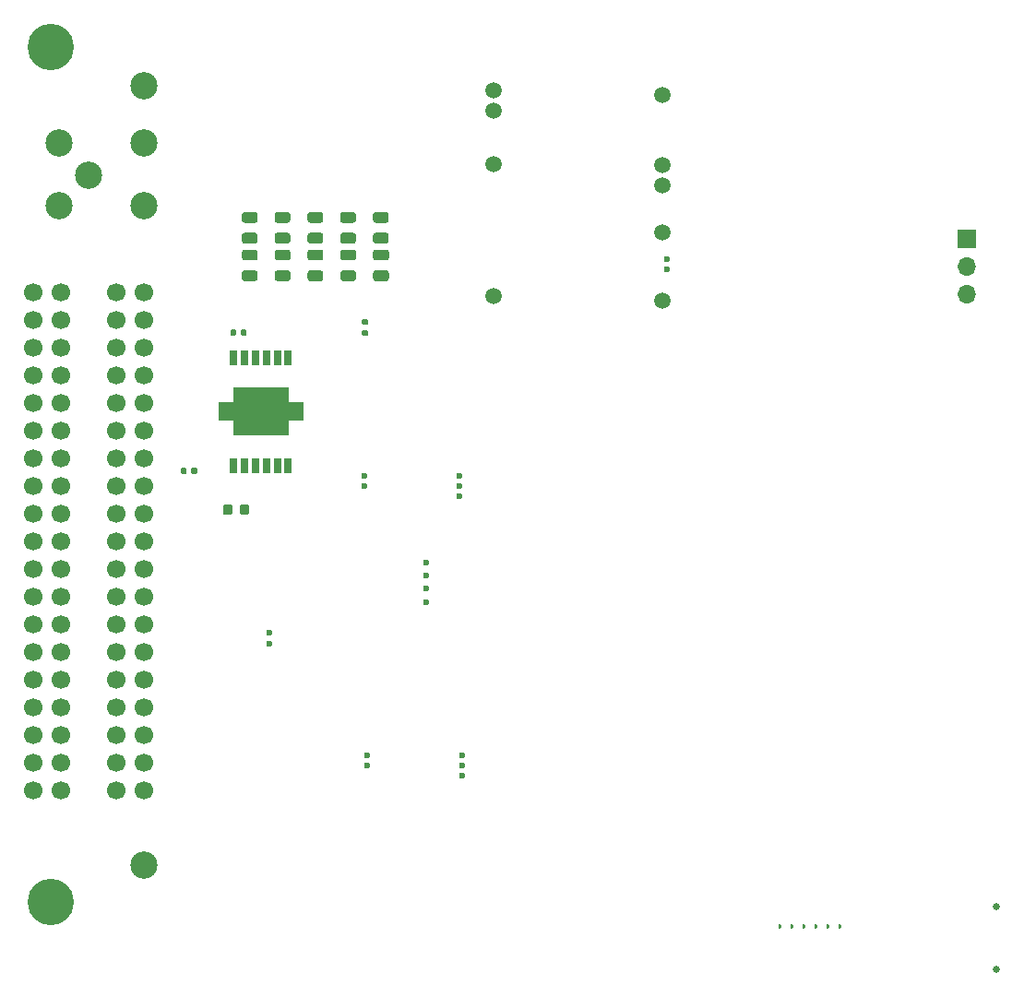
<source format=gbs>
G04 #@! TF.GenerationSoftware,KiCad,Pcbnew,8.0.7-8.0.7-0~ubuntu24.04.1*
G04 #@! TF.CreationDate,2024-12-18T22:17:01+00:00*
G04 #@! TF.ProjectId,hellenbremen,68656c6c-656e-4627-9265-6d656e2e6b69,rev?*
G04 #@! TF.SameCoordinates,Original*
G04 #@! TF.FileFunction,Soldermask,Bot*
G04 #@! TF.FilePolarity,Negative*
%FSLAX46Y46*%
G04 Gerber Fmt 4.6, Leading zero omitted, Abs format (unit mm)*
G04 Created by KiCad (PCBNEW 8.0.7-8.0.7-0~ubuntu24.04.1) date 2024-12-18 22:17:01*
%MOMM*%
%LPD*%
G01*
G04 APERTURE LIST*
%ADD10C,0.600000*%
%ADD11C,1.500000*%
%ADD12C,0.650000*%
%ADD13R,1.700000X1.700000*%
%ADD14O,1.700000X1.700000*%
%ADD15C,4.250000*%
%ADD16C,2.500000*%
%ADD17C,1.700000*%
%ADD18R,0.650000X1.350000*%
%ADD19R,5.100000X4.400000*%
%ADD20R,1.350000X1.800000*%
G04 APERTURE END LIST*
D10*
G04 #@! TO.C,M5*
X46639000Y52636998D03*
X46639000Y51686998D03*
X46639000Y50737000D03*
X37939000Y51736998D03*
X37939000Y52636998D03*
G04 #@! TD*
G04 #@! TO.C,M4*
X43647000Y42257000D03*
X43647000Y41057000D03*
X43647000Y43457000D03*
X43647000Y44657000D03*
X29222000Y38197000D03*
X29222000Y37197000D03*
G04 #@! TD*
G04 #@! TO.C,M1*
G36*
G01*
X75948563Y11151644D02*
X75948563Y11401642D01*
G75*
G02*
X76073563Y11526642I125000J0D01*
G01*
X76073563Y11526642D01*
G75*
G02*
X76198563Y11401642I0J-125000D01*
G01*
X76198563Y11151644D01*
G75*
G02*
X76073563Y11026644I-125000J0D01*
G01*
X76073563Y11026644D01*
G75*
G02*
X75948563Y11151644I0J125000D01*
G01*
G37*
G36*
G01*
X77048561Y11151644D02*
X77048561Y11401642D01*
G75*
G02*
X77173561Y11526642I125000J0D01*
G01*
X77173561Y11526642D01*
G75*
G02*
X77298561Y11401642I0J-125000D01*
G01*
X77298561Y11151644D01*
G75*
G02*
X77173561Y11026644I-125000J0D01*
G01*
X77173561Y11026644D01*
G75*
G02*
X77048561Y11151644I0J125000D01*
G01*
G37*
G36*
G01*
X78148559Y11151644D02*
X78148559Y11401642D01*
G75*
G02*
X78273559Y11526642I125000J0D01*
G01*
X78273559Y11526642D01*
G75*
G02*
X78398559Y11401642I0J-125000D01*
G01*
X78398559Y11151644D01*
G75*
G02*
X78273559Y11026644I-125000J0D01*
G01*
X78273559Y11026644D01*
G75*
G02*
X78148559Y11151644I0J125000D01*
G01*
G37*
G36*
G01*
X79248557Y11151644D02*
X79248557Y11401642D01*
G75*
G02*
X79373557Y11526642I125000J0D01*
G01*
X79373557Y11526642D01*
G75*
G02*
X79498557Y11401642I0J-125000D01*
G01*
X79498557Y11151644D01*
G75*
G02*
X79373557Y11026644I-125000J0D01*
G01*
X79373557Y11026644D01*
G75*
G02*
X79248557Y11151644I0J125000D01*
G01*
G37*
G36*
G01*
X80348555Y11151644D02*
X80348555Y11401642D01*
G75*
G02*
X80473555Y11526642I125000J0D01*
G01*
X80473555Y11526642D01*
G75*
G02*
X80598555Y11401642I0J-125000D01*
G01*
X80598555Y11151644D01*
G75*
G02*
X80473555Y11026644I-125000J0D01*
G01*
X80473555Y11026644D01*
G75*
G02*
X80348555Y11151644I0J125000D01*
G01*
G37*
G36*
G01*
X81448552Y11151644D02*
X81448552Y11401642D01*
G75*
G02*
X81573552Y11526642I125000J0D01*
G01*
X81573552Y11526642D01*
G75*
G02*
X81698552Y11401642I0J-125000D01*
G01*
X81698552Y11151644D01*
G75*
G02*
X81573552Y11026644I-125000J0D01*
G01*
X81573552Y11026644D01*
G75*
G02*
X81448552Y11151644I0J125000D01*
G01*
G37*
G04 #@! TD*
D11*
G04 #@! TO.C,M2*
X65278000Y87556999D03*
X65278000Y81157002D03*
X65278000Y79256999D03*
X65278000Y74956999D03*
D10*
X65727999Y72557002D03*
X65727999Y71557001D03*
D11*
X65278000Y68706999D03*
X49778003Y88007001D03*
X49778003Y86157002D03*
X49778003Y81206999D03*
X49778003Y69157001D03*
G04 #@! TD*
D12*
G04 #@! TO.C,J3*
X95932528Y7295819D03*
X95932528Y13075819D03*
G04 #@! TD*
D13*
G04 #@! TO.C,J2*
X93218000Y74422000D03*
D14*
X93218000Y71882000D03*
X93218000Y69342000D03*
G04 #@! TD*
D15*
G04 #@! TO.C,J1*
X9150000Y13500000D03*
D16*
X17750000Y16890000D03*
X17750000Y88400000D03*
D15*
X9150000Y92000000D03*
D16*
X9950000Y83220000D03*
X9950000Y77410000D03*
X12650000Y80220000D03*
X17750000Y83220000D03*
X17750000Y77410000D03*
D17*
X17750000Y23790000D03*
X17750000Y26330000D03*
X17750000Y28870000D03*
X17750000Y31410000D03*
X17750000Y33950000D03*
X17750000Y36490000D03*
X17750000Y39030000D03*
X17750000Y41570000D03*
X17750000Y44110000D03*
X17750000Y46650000D03*
X17750000Y49190000D03*
X17750000Y51730000D03*
X17750000Y54270000D03*
X17750000Y56810000D03*
X17750000Y59350000D03*
X17750000Y61890000D03*
X17750000Y64430000D03*
X17750000Y66970000D03*
X17750000Y69510000D03*
X15210000Y23790000D03*
X15210000Y26330000D03*
X15210000Y28870000D03*
X15210000Y31410000D03*
X15210000Y33950000D03*
X15210000Y36490000D03*
X15210000Y39030000D03*
X15210000Y41570000D03*
X15210000Y44110000D03*
X15210000Y46650000D03*
X15210000Y49190000D03*
X15210000Y51730000D03*
X15210000Y54270000D03*
X15210000Y56810000D03*
X15210000Y59350000D03*
X15210000Y61890000D03*
X15210000Y64430000D03*
X15210000Y66970000D03*
X15210000Y69510000D03*
X10130000Y23790000D03*
X10130000Y26330000D03*
X10130000Y28870000D03*
X10130000Y31410000D03*
X10130000Y33950000D03*
X10130000Y36490000D03*
X10130000Y39030000D03*
X10130000Y41570000D03*
X10130000Y44110000D03*
X10130000Y46650000D03*
X10130000Y49190000D03*
X10130000Y51730000D03*
X10130000Y54270000D03*
X10130000Y56810000D03*
X10130000Y59350000D03*
X10130000Y61890000D03*
X10130000Y64430000D03*
X10130000Y66970000D03*
X10130000Y69510000D03*
X7590000Y23790000D03*
X7590000Y26330000D03*
X7590000Y28870000D03*
X7590000Y31410000D03*
X7590000Y33950000D03*
X7590000Y36490000D03*
X7590000Y39030000D03*
X7590000Y41570000D03*
X7590000Y44110000D03*
X7590000Y46650000D03*
X7590000Y49190000D03*
X7590000Y51730000D03*
X7590000Y54270000D03*
X7590000Y56810000D03*
X7590000Y59350000D03*
X7590000Y61890000D03*
X7590000Y64430000D03*
X7590000Y66970000D03*
X7590000Y69510000D03*
G04 #@! TD*
D10*
G04 #@! TO.C,M6*
X46893000Y26982998D03*
X46893000Y26032998D03*
X46893000Y25083000D03*
X38193000Y26082998D03*
X38193000Y26982998D03*
G04 #@! TD*
G04 #@! TO.C,C7*
G36*
G01*
X39945000Y70500000D02*
X38995000Y70500000D01*
G75*
G02*
X38745000Y70750000I0J250000D01*
G01*
X38745000Y71250000D01*
G75*
G02*
X38995000Y71500000I250000J0D01*
G01*
X39945000Y71500000D01*
G75*
G02*
X40195000Y71250000I0J-250000D01*
G01*
X40195000Y70750000D01*
G75*
G02*
X39945000Y70500000I-250000J0D01*
G01*
G37*
G36*
G01*
X39945000Y72400000D02*
X38995000Y72400000D01*
G75*
G02*
X38745000Y72650000I0J250000D01*
G01*
X38745000Y73150000D01*
G75*
G02*
X38995000Y73400000I250000J0D01*
G01*
X39945000Y73400000D01*
G75*
G02*
X40195000Y73150000I0J-250000D01*
G01*
X40195000Y72650000D01*
G75*
G02*
X39945000Y72400000I-250000J0D01*
G01*
G37*
G04 #@! TD*
G04 #@! TO.C,C12*
G36*
G01*
X27905000Y70500000D02*
X26955000Y70500000D01*
G75*
G02*
X26705000Y70750000I0J250000D01*
G01*
X26705000Y71250000D01*
G75*
G02*
X26955000Y71500000I250000J0D01*
G01*
X27905000Y71500000D01*
G75*
G02*
X28155000Y71250000I0J-250000D01*
G01*
X28155000Y70750000D01*
G75*
G02*
X27905000Y70500000I-250000J0D01*
G01*
G37*
G36*
G01*
X27905000Y72400000D02*
X26955000Y72400000D01*
G75*
G02*
X26705000Y72650000I0J250000D01*
G01*
X26705000Y73150000D01*
G75*
G02*
X26955000Y73400000I250000J0D01*
G01*
X27905000Y73400000D01*
G75*
G02*
X28155000Y73150000I0J-250000D01*
G01*
X28155000Y72650000D01*
G75*
G02*
X27905000Y72400000I-250000J0D01*
G01*
G37*
G04 #@! TD*
G04 #@! TO.C,C15*
G36*
G01*
X32965000Y76850000D02*
X33915000Y76850000D01*
G75*
G02*
X34165000Y76600000I0J-250000D01*
G01*
X34165000Y76100000D01*
G75*
G02*
X33915000Y75850000I-250000J0D01*
G01*
X32965000Y75850000D01*
G75*
G02*
X32715000Y76100000I0J250000D01*
G01*
X32715000Y76600000D01*
G75*
G02*
X32965000Y76850000I250000J0D01*
G01*
G37*
G36*
G01*
X32965000Y74950000D02*
X33915000Y74950000D01*
G75*
G02*
X34165000Y74700000I0J-250000D01*
G01*
X34165000Y74200000D01*
G75*
G02*
X33915000Y73950000I-250000J0D01*
G01*
X32965000Y73950000D01*
G75*
G02*
X32715000Y74200000I0J250000D01*
G01*
X32715000Y74700000D01*
G75*
G02*
X32965000Y74950000I250000J0D01*
G01*
G37*
G04 #@! TD*
G04 #@! TO.C,C6*
G36*
G01*
X22604000Y53256000D02*
X22604000Y52916000D01*
G75*
G02*
X22464000Y52776000I-140000J0D01*
G01*
X22184000Y52776000D01*
G75*
G02*
X22044000Y52916000I0J140000D01*
G01*
X22044000Y53256000D01*
G75*
G02*
X22184000Y53396000I140000J0D01*
G01*
X22464000Y53396000D01*
G75*
G02*
X22604000Y53256000I0J-140000D01*
G01*
G37*
G36*
G01*
X21644000Y53256000D02*
X21644000Y52916000D01*
G75*
G02*
X21504000Y52776000I-140000J0D01*
G01*
X21224000Y52776000D01*
G75*
G02*
X21084000Y52916000I0J140000D01*
G01*
X21084000Y53256000D01*
G75*
G02*
X21224000Y53396000I140000J0D01*
G01*
X21504000Y53396000D01*
G75*
G02*
X21644000Y53256000I0J-140000D01*
G01*
G37*
G04 #@! TD*
G04 #@! TO.C,C17*
G36*
G01*
X38985000Y76850000D02*
X39935000Y76850000D01*
G75*
G02*
X40185000Y76600000I0J-250000D01*
G01*
X40185000Y76100000D01*
G75*
G02*
X39935000Y75850000I-250000J0D01*
G01*
X38985000Y75850000D01*
G75*
G02*
X38735000Y76100000I0J250000D01*
G01*
X38735000Y76600000D01*
G75*
G02*
X38985000Y76850000I250000J0D01*
G01*
G37*
G36*
G01*
X38985000Y74950000D02*
X39935000Y74950000D01*
G75*
G02*
X40185000Y74700000I0J-250000D01*
G01*
X40185000Y74200000D01*
G75*
G02*
X39935000Y73950000I-250000J0D01*
G01*
X38985000Y73950000D01*
G75*
G02*
X38735000Y74200000I0J250000D01*
G01*
X38735000Y74700000D01*
G75*
G02*
X38985000Y74950000I250000J0D01*
G01*
G37*
G04 #@! TD*
D18*
G04 #@! TO.C,IC1*
X30956000Y53550000D03*
X29956000Y53550000D03*
X28956000Y53550000D03*
X27956000Y53550000D03*
X26956000Y53550000D03*
X25956000Y53550000D03*
X25956000Y63500000D03*
X26956000Y63500000D03*
X27956000Y63500000D03*
X28956000Y63500000D03*
X29956000Y63500000D03*
X30956000Y63500000D03*
D19*
X28456000Y58525000D03*
D20*
X31681000Y58525000D03*
X25231000Y58525000D03*
G04 #@! TD*
G04 #@! TO.C,C8*
G36*
G01*
X24950000Y49280000D02*
X24950000Y49780000D01*
G75*
G02*
X25175000Y50005000I225000J0D01*
G01*
X25625000Y50005000D01*
G75*
G02*
X25850000Y49780000I0J-225000D01*
G01*
X25850000Y49280000D01*
G75*
G02*
X25625000Y49055000I-225000J0D01*
G01*
X25175000Y49055000D01*
G75*
G02*
X24950000Y49280000I0J225000D01*
G01*
G37*
G36*
G01*
X26500000Y49280000D02*
X26500000Y49780000D01*
G75*
G02*
X26725000Y50005000I225000J0D01*
G01*
X27175000Y50005000D01*
G75*
G02*
X27400000Y49780000I0J-225000D01*
G01*
X27400000Y49280000D01*
G75*
G02*
X27175000Y49055000I-225000J0D01*
G01*
X26725000Y49055000D01*
G75*
G02*
X26500000Y49280000I0J225000D01*
G01*
G37*
G04 #@! TD*
G04 #@! TO.C,C5*
G36*
G01*
X27148000Y65956000D02*
X27148000Y65616000D01*
G75*
G02*
X27008000Y65476000I-140000J0D01*
G01*
X26728000Y65476000D01*
G75*
G02*
X26588000Y65616000I0J140000D01*
G01*
X26588000Y65956000D01*
G75*
G02*
X26728000Y66096000I140000J0D01*
G01*
X27008000Y66096000D01*
G75*
G02*
X27148000Y65956000I0J-140000D01*
G01*
G37*
G36*
G01*
X26188000Y65956000D02*
X26188000Y65616000D01*
G75*
G02*
X26048000Y65476000I-140000J0D01*
G01*
X25768000Y65476000D01*
G75*
G02*
X25628000Y65616000I0J140000D01*
G01*
X25628000Y65956000D01*
G75*
G02*
X25768000Y66096000I140000J0D01*
G01*
X26048000Y66096000D01*
G75*
G02*
X26188000Y65956000I0J-140000D01*
G01*
G37*
G04 #@! TD*
G04 #@! TO.C,C14*
G36*
G01*
X29955000Y76850000D02*
X30905000Y76850000D01*
G75*
G02*
X31155000Y76600000I0J-250000D01*
G01*
X31155000Y76100000D01*
G75*
G02*
X30905000Y75850000I-250000J0D01*
G01*
X29955000Y75850000D01*
G75*
G02*
X29705000Y76100000I0J250000D01*
G01*
X29705000Y76600000D01*
G75*
G02*
X29955000Y76850000I250000J0D01*
G01*
G37*
G36*
G01*
X29955000Y74950000D02*
X30905000Y74950000D01*
G75*
G02*
X31155000Y74700000I0J-250000D01*
G01*
X31155000Y74200000D01*
G75*
G02*
X30905000Y73950000I-250000J0D01*
G01*
X29955000Y73950000D01*
G75*
G02*
X29705000Y74200000I0J250000D01*
G01*
X29705000Y74700000D01*
G75*
G02*
X29955000Y74950000I250000J0D01*
G01*
G37*
G04 #@! TD*
G04 #@! TO.C,C16*
G36*
G01*
X35975000Y76850000D02*
X36925000Y76850000D01*
G75*
G02*
X37175000Y76600000I0J-250000D01*
G01*
X37175000Y76100000D01*
G75*
G02*
X36925000Y75850000I-250000J0D01*
G01*
X35975000Y75850000D01*
G75*
G02*
X35725000Y76100000I0J250000D01*
G01*
X35725000Y76600000D01*
G75*
G02*
X35975000Y76850000I250000J0D01*
G01*
G37*
G36*
G01*
X35975000Y74950000D02*
X36925000Y74950000D01*
G75*
G02*
X37175000Y74700000I0J-250000D01*
G01*
X37175000Y74200000D01*
G75*
G02*
X36925000Y73950000I-250000J0D01*
G01*
X35975000Y73950000D01*
G75*
G02*
X35725000Y74200000I0J250000D01*
G01*
X35725000Y74700000D01*
G75*
G02*
X35975000Y74950000I250000J0D01*
G01*
G37*
G04 #@! TD*
G04 #@! TO.C,C11*
G36*
G01*
X30915000Y70500000D02*
X29965000Y70500000D01*
G75*
G02*
X29715000Y70750000I0J250000D01*
G01*
X29715000Y71250000D01*
G75*
G02*
X29965000Y71500000I250000J0D01*
G01*
X30915000Y71500000D01*
G75*
G02*
X31165000Y71250000I0J-250000D01*
G01*
X31165000Y70750000D01*
G75*
G02*
X30915000Y70500000I-250000J0D01*
G01*
G37*
G36*
G01*
X30915000Y72400000D02*
X29965000Y72400000D01*
G75*
G02*
X29715000Y72650000I0J250000D01*
G01*
X29715000Y73150000D01*
G75*
G02*
X29965000Y73400000I250000J0D01*
G01*
X30915000Y73400000D01*
G75*
G02*
X31165000Y73150000I0J-250000D01*
G01*
X31165000Y72650000D01*
G75*
G02*
X30915000Y72400000I-250000J0D01*
G01*
G37*
G04 #@! TD*
G04 #@! TO.C,C13*
G36*
G01*
X26945000Y76850000D02*
X27895000Y76850000D01*
G75*
G02*
X28145000Y76600000I0J-250000D01*
G01*
X28145000Y76100000D01*
G75*
G02*
X27895000Y75850000I-250000J0D01*
G01*
X26945000Y75850000D01*
G75*
G02*
X26695000Y76100000I0J250000D01*
G01*
X26695000Y76600000D01*
G75*
G02*
X26945000Y76850000I250000J0D01*
G01*
G37*
G36*
G01*
X26945000Y74950000D02*
X27895000Y74950000D01*
G75*
G02*
X28145000Y74700000I0J-250000D01*
G01*
X28145000Y74200000D01*
G75*
G02*
X27895000Y73950000I-250000J0D01*
G01*
X26945000Y73950000D01*
G75*
G02*
X26695000Y74200000I0J250000D01*
G01*
X26695000Y74700000D01*
G75*
G02*
X26945000Y74950000I250000J0D01*
G01*
G37*
G04 #@! TD*
G04 #@! TO.C,C10*
G36*
G01*
X33925000Y70500000D02*
X32975000Y70500000D01*
G75*
G02*
X32725000Y70750000I0J250000D01*
G01*
X32725000Y71250000D01*
G75*
G02*
X32975000Y71500000I250000J0D01*
G01*
X33925000Y71500000D01*
G75*
G02*
X34175000Y71250000I0J-250000D01*
G01*
X34175000Y70750000D01*
G75*
G02*
X33925000Y70500000I-250000J0D01*
G01*
G37*
G36*
G01*
X33925000Y72400000D02*
X32975000Y72400000D01*
G75*
G02*
X32725000Y72650000I0J250000D01*
G01*
X32725000Y73150000D01*
G75*
G02*
X32975000Y73400000I250000J0D01*
G01*
X33925000Y73400000D01*
G75*
G02*
X34175000Y73150000I0J-250000D01*
G01*
X34175000Y72650000D01*
G75*
G02*
X33925000Y72400000I-250000J0D01*
G01*
G37*
G04 #@! TD*
G04 #@! TO.C,C9*
G36*
G01*
X36935000Y70500000D02*
X35985000Y70500000D01*
G75*
G02*
X35735000Y70750000I0J250000D01*
G01*
X35735000Y71250000D01*
G75*
G02*
X35985000Y71500000I250000J0D01*
G01*
X36935000Y71500000D01*
G75*
G02*
X37185000Y71250000I0J-250000D01*
G01*
X37185000Y70750000D01*
G75*
G02*
X36935000Y70500000I-250000J0D01*
G01*
G37*
G36*
G01*
X36935000Y72400000D02*
X35985000Y72400000D01*
G75*
G02*
X35735000Y72650000I0J250000D01*
G01*
X35735000Y73150000D01*
G75*
G02*
X35985000Y73400000I250000J0D01*
G01*
X36935000Y73400000D01*
G75*
G02*
X37185000Y73150000I0J-250000D01*
G01*
X37185000Y72650000D01*
G75*
G02*
X36935000Y72400000I-250000J0D01*
G01*
G37*
G04 #@! TD*
G04 #@! TO.C,R14*
G36*
G01*
X37815000Y67020000D02*
X38185000Y67020000D01*
G75*
G02*
X38320000Y66885000I0J-135000D01*
G01*
X38320000Y66615000D01*
G75*
G02*
X38185000Y66480000I-135000J0D01*
G01*
X37815000Y66480000D01*
G75*
G02*
X37680000Y66615000I0J135000D01*
G01*
X37680000Y66885000D01*
G75*
G02*
X37815000Y67020000I135000J0D01*
G01*
G37*
G36*
G01*
X37815000Y66000000D02*
X38185000Y66000000D01*
G75*
G02*
X38320000Y65865000I0J-135000D01*
G01*
X38320000Y65595000D01*
G75*
G02*
X38185000Y65460000I-135000J0D01*
G01*
X37815000Y65460000D01*
G75*
G02*
X37680000Y65595000I0J135000D01*
G01*
X37680000Y65865000D01*
G75*
G02*
X37815000Y66000000I135000J0D01*
G01*
G37*
G04 #@! TD*
M02*

</source>
